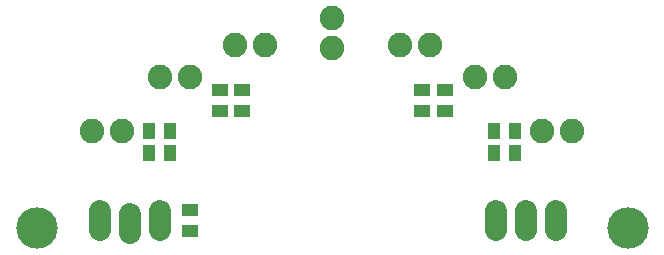
<source format=gbs>
G75*
%MOIN*%
%OFA0B0*%
%FSLAX24Y24*%
%IPPOS*%
%LPD*%
%AMOC8*
5,1,8,0,0,1.08239X$1,22.5*
%
%ADD10C,0.0820*%
%ADD11R,0.0395X0.0552*%
%ADD12R,0.0552X0.0395*%
%ADD13C,0.0720*%
%ADD14C,0.1380*%
D10*
X003430Y004680D03*
X004430Y004680D03*
X005680Y006480D03*
X006680Y006480D03*
X008180Y007530D03*
X009180Y007530D03*
X011430Y007430D03*
X011430Y008430D03*
X013680Y007530D03*
X014680Y007530D03*
X016180Y006480D03*
X017180Y006480D03*
X018430Y004680D03*
X019430Y004680D03*
D11*
X017534Y004680D03*
X016826Y004680D03*
X016826Y003930D03*
X017534Y003930D03*
X006034Y003930D03*
X005326Y003930D03*
X005326Y004680D03*
X006034Y004680D03*
D12*
X007680Y005326D03*
X008430Y005326D03*
X008430Y006034D03*
X007680Y006034D03*
X014430Y006034D03*
X015180Y006034D03*
X015180Y005326D03*
X014430Y005326D03*
X006680Y002034D03*
X006680Y001326D03*
D13*
X005680Y001360D02*
X005680Y002000D01*
X004680Y001900D02*
X004680Y001260D01*
X003680Y001360D02*
X003680Y002000D01*
X016880Y002000D02*
X016880Y001360D01*
X017880Y001360D02*
X017880Y002000D01*
X018880Y002000D02*
X018880Y001360D01*
D14*
X001575Y001425D03*
X021280Y001430D03*
M02*

</source>
